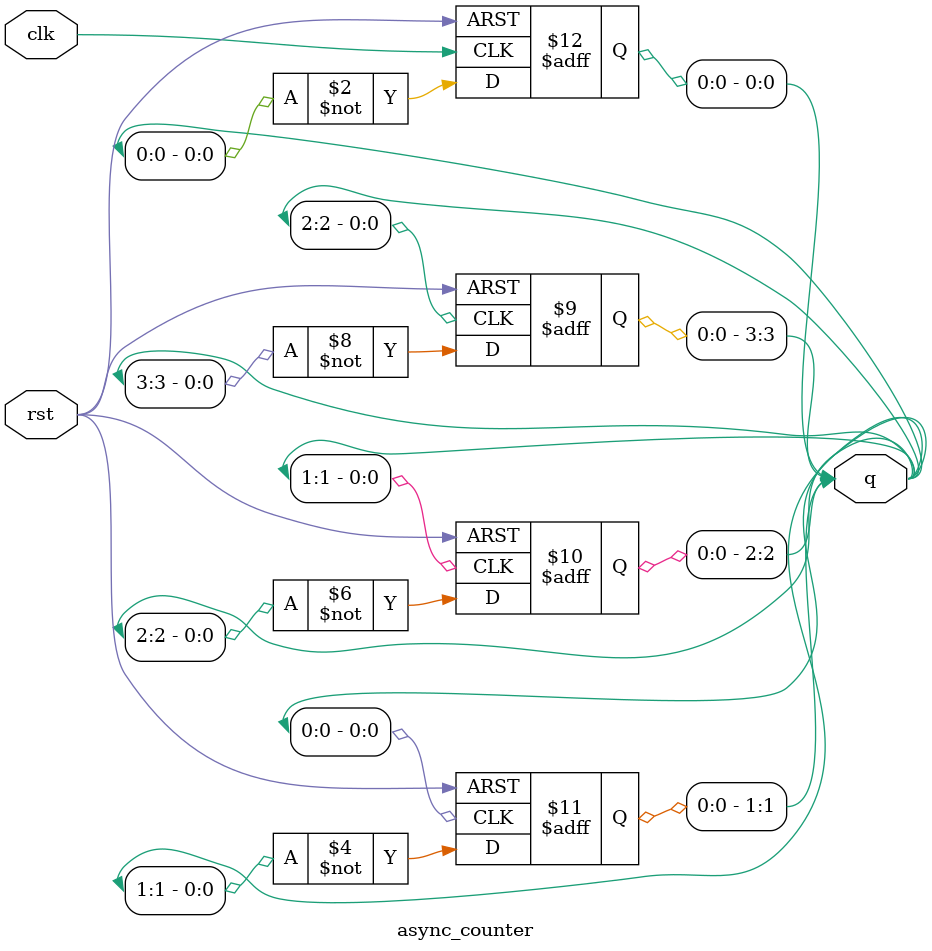
<source format=v>
module async_counter (
    input clk,     // Main clock
    input rst,     // Asynchronous reset
    output [3:0] q // 4-bit counter output
);
reg [3:0] q;
always @(posedge clk or posedge rst) begin
    if (rst)
        q[0] <= 0;
    else
        q[0] <= ~q[0]; // Toggle first bit
end
always @(posedge q[0] or posedge rst) begin
    if (rst)
        q[1] <= 0;
    else
        q[1] <= ~q[1]; // Toggle on q[0]
end
always @(posedge q[1] or posedge rst) begin
    if (rst)
        q[2] <= 0;
    else
        q[2] <= ~q[2]; // Toggle on q[1]
end
always @(posedge q[2] or posedge rst) begin
    if (rst)
        q[3] <= 0;
    else
        q[3] <= ~q[3]; // Toggle on q[2]
end
endmodule

</source>
